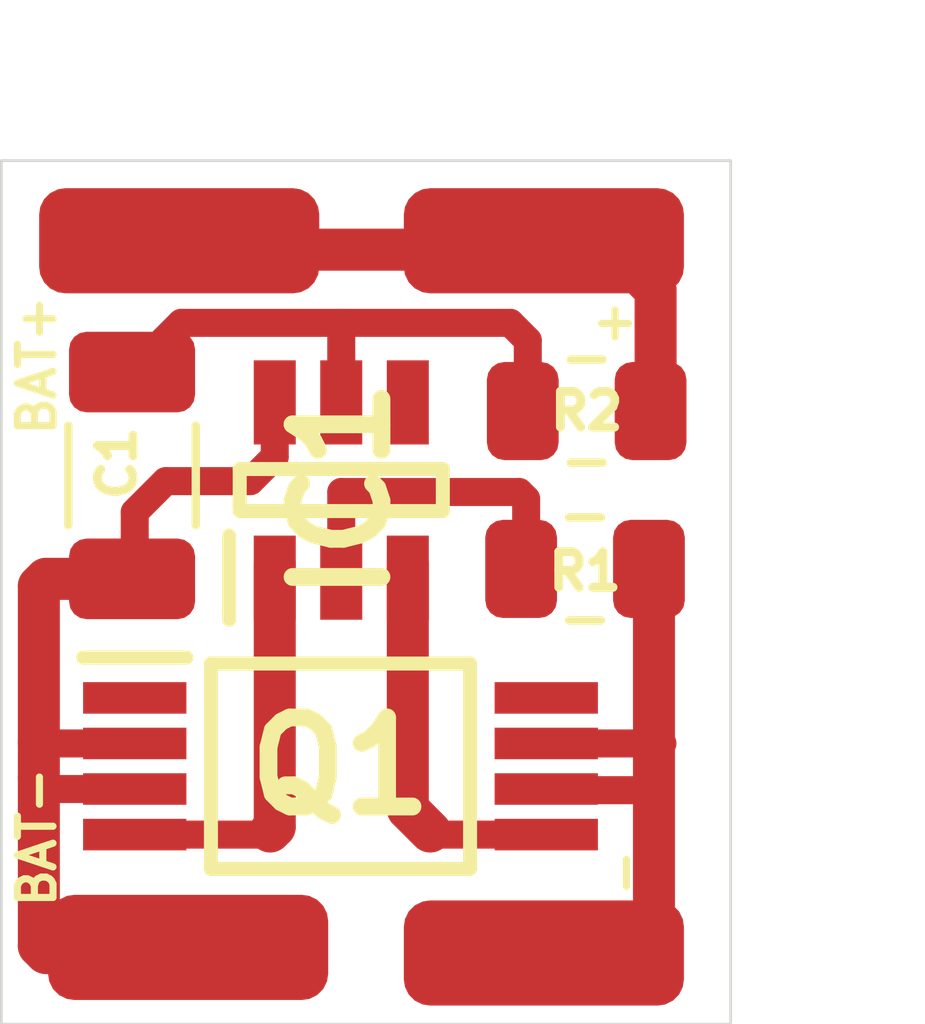
<source format=kicad_pcb>
(kicad_pcb (version 20211014) (generator pcbnew)
  (title_block (rev "1"))
  (layers (0 "F.Cu" signal "Front") (1 "In1.Cu" signal) (2 "In2.Cu" signal) (31 "B.Cu" signal "Back") (34 "B.Paste" user) (35 "F.Paste" user) (36 "B.SilkS" user "B.Silkscreen") (37 "F.SilkS" user "F.Silkscreen") (38 "B.Mask" user) (39 "F.Mask" user) (44 "Edge.Cuts" user))
  (net 0 "")
  (net 1 "BAT_NEG")
  (net 2 "Net-(C1-Pad2)")
  (net 3 "Net-(IC1-Pad1)")
  (net 4 "Net-(IC1-Pad2)")
  (net 5 "Net-(IC1-Pad3)")
  (net 7 "BAT_POS")
  (net 8 "Net-(J4-Pad1)")
  (footprint "Resistor_SMD:R_0805_2012Metric" (layer "F.Cu") (at 141.453963 89.551039)
    (fp_text reference "R2" (at 0 0) (layer "F.SilkS") (effects (font (size 0.508 0.508) (thickness 0.127))))
    (fp_text value "100")
    (fp_line (start -0.227064 -0.735) (end 0.227064 -0.735) (layer "F.SilkS") (width 0.12))
    (fp_line (start -0.227064 0.735) (end 0.227064 0.735) (layer "F.SilkS") (width 0.12))
    (pad "1" smd roundrect locked (at -0.9125 0) (size 1.025 1.4) (layers "F.Cu" "F.Paste" "F.Mask") (roundrect_rratio 0.243902) (net 2 "Net-(C1-Pad2)"))
    (pad "2" smd roundrect locked (at 0.9125 0) (size 1.025 1.4) (layers "F.Cu" "F.Paste" "F.Mask") (roundrect_rratio 0.243902) (net 7 "BAT_POS"))
  )
  (footprint "!my-kicad-library:SOP65P640X120-8N" (layer "F.Cu") (at 137.938965 94.618071)
    (fp_text reference "Q1" (at 0 0) (layer "F.SilkS") (effects (font (size 1.27 1.27) (thickness 0.254))))
    (fp_text value "FS8205A" hide)
    (fp_line (start 1.85 -1.465) (end 1.85 1.465) (layer "F.SilkS") (width 0.2))
    (fp_line (start 1.85 1.465) (end -1.85 1.465) (layer "F.SilkS") (width 0.2))
    (fp_line (start -1.85 -1.465) (end 1.85 -1.465) (layer "F.SilkS") (width 0.2))
    (fp_line (start -1.85 1.465) (end -1.85 -1.465) (layer "F.SilkS") (width 0.2))
    (fp_line (start -3.675 -1.55) (end -2.2 -1.55) (layer "F.SilkS") (width 0.2))
    (pad "1" smd rect (at -2.938 -0.975 90) (size 0.45 1.475) (layers "F.Cu" "F.Paste" "F.Mask"))
    (pad "2" smd rect (at -2.938 -0.325 90) (size 0.45 1.475) (layers "F.Cu" "F.Paste" "F.Mask") (net 1 "BAT_NEG"))
    (pad "3" smd rect (at -2.938 0.325 90) (size 0.45 1.475) (layers "F.Cu" "F.Paste" "F.Mask") (net 1 "BAT_NEG"))
    (pad "4" smd rect (at -2.938 0.975 90) (size 0.45 1.475) (layers "F.Cu" "F.Paste" "F.Mask") (net 3 "Net-(IC1-Pad1)"))
    (pad "5" smd rect (at 2.938 0.975 90) (size 0.45 1.475) (layers "F.Cu" "F.Paste" "F.Mask") (net 5 "Net-(IC1-Pad3)"))
    (pad "6" smd rect (at 2.938 0.325 90) (size 0.45 1.475) (layers "F.Cu" "F.Paste" "F.Mask") (net 8 "Net-(J4-Pad1)"))
    (pad "7" smd rect (at 2.938 -0.325 90) (size 0.45 1.475) (layers "F.Cu" "F.Paste" "F.Mask") (net 8 "Net-(J4-Pad1)"))
    (pad "8" smd rect (at 2.938 -0.975 90) (size 0.45 1.475) (layers "F.Cu" "F.Paste" "F.Mask"))
  )
  (footprint "Connector_Wire:SolderWirePad_1x01_SMD_1x2mm" (layer "F.Cu") (at 140.843 87.122 90)
    (fp_text reference "J2" hide)
    (fp_text value "POS_OUT")
    (pad "1" smd roundrect locked (at 0 0 90) (size 1.5 4) (layers "F.Cu" "F.Paste" "F.Mask") (net 7 "BAT_POS"))
  )
  (footprint "Connector_Wire:SolderWirePad_1x01_SMD_1x2mm" (layer "F.Cu") (at 140.843 97.282 90)
    (fp_text reference "J4" hide)
    (fp_text value "-" (at 1.143 1.143 270) (layer "F.SilkS") (effects (font (size 0.508 0.508) (thickness 0.1016))))
    (pad "1" smd roundrect locked (at 0 0 90) (size 1.5 4) (layers "F.Cu" "F.Paste" "F.Mask") (net 8 "Net-(J4-Pad1)"))
  )
  (footprint "Connector_Wire:SolderWirePad_1x01_SMD_1x2mm" (layer "F.Cu") (at 135.636 87.122 90)
    (fp_text reference "J3" hide)
    (fp_text value "BAT_POS")
    (pad "1" smd roundrect locked (at 0 0 90) (size 1.5 4) (layers "F.Cu" "F.Paste" "F.Mask") (net 7 "BAT_POS"))
  )
  (footprint "Capacitor_SMD:C_1206_3216Metric" (layer "F.Cu") (at 134.962744 90.469878 90)
    (fp_text reference "C1" (at 0.172878 -0.215744 90) (layer "F.SilkS") (effects (font (size 0.508 0.508) (thickness 0.127))))
    (fp_text value "100n")
    (fp_line (start -0.711252 0.91) (end 0.711252 0.91) (layer "F.SilkS") (width 0.12))
    (fp_line (start -0.711252 -0.91) (end 0.711252 -0.91) (layer "F.SilkS") (width 0.12))
    (pad "1" smd roundrect locked (at -1.475 0 90) (size 1.15 1.8) (layers "F.Cu" "F.Paste" "F.Mask") (roundrect_rratio 0.217391) (net 1 "BAT_NEG"))
    (pad "2" smd roundrect locked (at 1.475 0 90) (size 1.15 1.8) (layers "F.Cu" "F.Paste" "F.Mask") (roundrect_rratio 0.217391) (net 2 "Net-(C1-Pad2)"))
  )
  (footprint "Resistor_SMD:R_0805_2012Metric" (layer "F.Cu") (at 141.430841 91.802829 180)
    (fp_text reference "R1" (at -0.000007 -0.03421) (layer "F.SilkS") (effects (font (size 0.508 0.508) (thickness 0.127))))
    (fp_text value "1k")
    (fp_line (start -0.227064 0.735) (end 0.227064 0.735) (layer "F.SilkS") (width 0.12))
    (fp_line (start -0.227064 -0.735) (end 0.227064 -0.735) (layer "F.SilkS") (width 0.12))
    (pad "1" smd roundrect locked (at -0.9125 0 180) (size 1.025 1.4) (layers "F.Cu" "F.Paste" "F.Mask") (roundrect_rratio 0.243902) (net 8 "Net-(J4-Pad1)"))
    (pad "2" smd roundrect locked (at 0.9125 0 180) (size 1.025 1.4) (layers "F.Cu" "F.Paste" "F.Mask") (roundrect_rratio 0.243902) (net 4 "Net-(IC1-Pad2)"))
  )
  (footprint "!my-kicad-library:SOT95P280X145-6N" (layer "F.Cu") (at 137.949965 90.678 90)
    (fp_text reference "IC1" (at 0 0 90) (layer "F.SilkS") (effects (font (size 1.27 1.27) (thickness 0.254))))
    (fp_text value "FS312F-G" hide)
    (fp_line (start 0.3 1.45) (end -0.3 1.45) (layer "F.SilkS") (width 0.2))
    (fp_line (start -0.3 -1.45) (end 0.3 -1.45) (layer "F.SilkS") (width 0.2))
    (fp_line (start 0.3 -1.45) (end 0.3 1.45) (layer "F.SilkS") (width 0.2))
    (fp_line (start -0.3 1.45) (end -0.3 -1.45) (layer "F.SilkS") (width 0.2))
    (fp_line (start -1.85 -1.6) (end -0.65 -1.6) (layer "F.SilkS") (width 0.2))
    (pad "1" smd rect (at -1.25 -0.95 180) (size 0.6 1.2) (layers "F.Cu" "F.Paste" "F.Mask") (net 3 "Net-(IC1-Pad1)"))
    (pad "2" smd rect (at -1.25 0 180) (size 0.6 1.2) (layers "F.Cu" "F.Paste" "F.Mask") (net 4 "Net-(IC1-Pad2)"))
    (pad "3" smd rect (at -1.25 0.95 180) (size 0.6 1.2) (layers "F.Cu" "F.Paste" "F.Mask") (net 5 "Net-(IC1-Pad3)"))
    (pad "4" smd rect (at 1.25 0.95 180) (size 0.6 1.2) (layers "F.Cu" "F.Paste" "F.Mask"))
    (pad "5" smd rect (at 1.25 0 180) (size 0.6 1.2) (layers "F.Cu" "F.Paste" "F.Mask") (net 2 "Net-(C1-Pad2)"))
    (pad "6" smd rect (at 1.25 -0.95 180) (size 0.6 1.2) (layers "F.Cu" "F.Paste" "F.Mask") (net 1 "BAT_NEG"))
  )
  (footprint "Connector_Wire:SolderWirePad_1x01_SMD_1x2mm" (layer "F.Cu") (at 135.763 97.202511 90)
    (fp_text reference "J1" hide)
    (fp_text value "BAT-" (at 1.571511 -2.159 270) (layer "F.SilkS") (effects (font (size 0.508 0.508) (thickness 0.1016))))
    (pad "1" smd roundrect locked (at 0 0 90) (size 1.5 4) (layers "F.Cu" "F.Paste" "F.Mask") (net 1 "BAT_NEG"))
  )
  (gr_rect (start 133.096 85.979) (end 143.51 98.298) (layer "Edge.Cuts") (width 0.0381) (fill none))
  (gr_text "BAT+" (at 133.604 88.9 90) (layer "F.SilkS") (effects (font (size 0.508 0.508) (thickness 0.1016))))
  (gr_text "+" (at 141.859 88.265) (layer "F.SilkS") (effects (font (size 0.508 0.508) (thickness 0.1016))))
  (segment (start 136.652 90.551) (end 135.443 90.551) (width 0.4) (layer "F.Cu") (net 1))
  (segment (start 136.999965 89.428) (end 136.999965 90.203035) (width 0.4) (layer "F.Cu") (net 1))
  (segment (start 133.631965 92.047035) (end 133.734122 91.944878) (width 0.6) (layer "F.Cu") (net 1))
  (segment (start 135.000965 94.943071) (end 133.787965 94.943071) (width 0.4) (layer "F.Cu") (net 1))
  (segment (start 136.999965 90.203035) (end 136.652 90.551) (width 0.4) (layer "F.Cu") (net 1))
  (segment (start 135.443 90.551) (end 135.001 90.993) (width 0.4) (layer "F.Cu") (net 1))
  (segment (start 135.001 91.906622) (end 134.962744 91.944878) (width 0.4) (layer "F.Cu") (net 1))
  (segment (start 133.787965 94.943071) (end 133.631965 94.787071) (width 0.4) (layer "F.Cu") (net 1))
  (segment (start 133.631965 94.279071) (end 133.631965 92.047035) (width 0.6) (layer "F.Cu") (net 1))
  (segment (start 135.001 90.993) (end 135.001 91.906622) (width 0.4) (layer "F.Cu") (net 1))
  (segment (start 135.000965 94.293071) (end 133.645965 94.293071) (width 0.4) (layer "F.Cu") (net 1))
  (segment (start 133.731 97.282) (end 133.631965 97.182965) (width 0.6) (layer "F.Cu") (net 1))
  (segment (start 133.631965 94.279071) (end 133.631965 94.787071) (width 0.6) (layer "F.Cu") (net 1))
  (segment (start 133.631965 97.182965) (end 133.631965 94.787071) (width 0.6) (layer "F.Cu") (net 1))
  (segment (start 133.645965 94.293071) (end 133.631965 94.279071) (width 0.4) (layer "F.Cu") (net 1))
  (segment (start 135.509 97.282) (end 133.731 97.282) (width 0.6) (layer "F.Cu") (net 1))
  (segment (start 133.734122 91.944878) (end 134.962744 91.944878) (width 0.6) (layer "F.Cu") (net 1))
  (segment (start 137.949965 88.292965) (end 135.664657 88.292965) (width 0.4) (layer "F.Cu") (net 2))
  (segment (start 140.613177 88.543177) (end 140.613177 89.535) (width 0.4) (layer "F.Cu") (net 2))
  (segment (start 140.613177 88.543177) (end 140.362965 88.292965) (width 0.4) (layer "F.Cu") (net 2))
  (segment (start 137.949965 89.428) (end 137.949965 88.292965) (width 0.4) (layer "F.Cu") (net 2))
  (segment (start 140.362965 88.292965) (end 137.949965 88.292965) (width 0.4) (layer "F.Cu") (net 2))
  (segment (start 135.664657 88.292965) (end 134.962744 88.994878) (width 0.4) (layer "F.Cu") (net 2))
  (segment (start 136.889965 95.593071) (end 136.933965 95.549071) (width 0.4) (layer "F.Cu") (net 3))
  (segment (start 136.999965 91.719071) (end 136.999965 95.483071) (width 0.6) (layer "F.Cu") (net 3))
  (segment (start 135.000965 95.593071) (end 136.889965 95.593071) (width 0.4) (layer "F.Cu") (net 3))
  (segment (start 136.999965 95.483071) (end 136.933965 95.549071) (width 0.6) (layer "F.Cu") (net 3))
  (segment (start 137.949965 91.928) (end 137.949965 90.705965) (width 0.4) (layer "F.Cu") (net 4))
  (segment (start 140.590055 90.806055) (end 140.590055 91.78679) (width 0.4) (layer "F.Cu") (net 4))
  (segment (start 140.489965 90.705965) (end 140.590055 90.806055) (width 0.4) (layer "F.Cu") (net 4))
  (segment (start 137.949965 90.705965) (end 140.489965 90.705965) (width 0.4) (layer "F.Cu") (net 4))
  (segment (start 138.899965 95.229071) (end 139.219965 95.549071) (width 0.6) (layer "F.Cu") (net 5))
  (segment (start 139.263965 95.593071) (end 139.219965 95.549071) (width 0.4) (layer "F.Cu") (net 5))
  (segment (start 140.876965 95.593071) (end 139.263965 95.593071) (width 0.4) (layer "F.Cu") (net 5))
  (segment (start 138.899965 91.719071) (end 138.899965 95.229071) (width 0.6) (layer "F.Cu") (net 5))
  (segment (start 141.859 87.249) (end 141.986 87.376) (width 0.6) (layer "F.Cu") (net 7))
  (segment (start 142.438177 89.535) (end 142.438177 87.828177) (width 0.6) (layer "F.Cu") (net 7))
  (segment (start 135.001 87.249) (end 141.859 87.249) (width 0.6) (layer "F.Cu") (net 7))
  (segment (start 142.438177 87.828177) (end 141.986 87.376) (width 0.6) (layer "F.Cu") (net 7))
  (segment (start 140.876965 94.293071) (end 142.535965 94.293071) (width 0.4) (layer "F.Cu") (net 8))
  (segment (start 142.24 97.282) (end 142.415055 97.106945) (width 0.6) (layer "F.Cu") (net 8))
  (segment (start 140.83389 94.959633) (end 142.49289 94.959633) (width 0.4) (layer "F.Cu") (net 8))
  (segment (start 142.415055 91.78679) (end 142.415055 97.106945) (width 0.6) (layer "F.Cu") (net 8))
)
</source>
